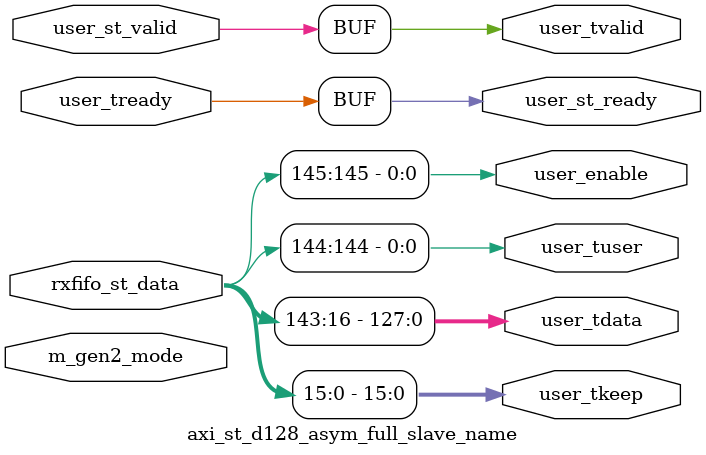
<source format=sv>
module axi_st_d128_asym_full_slave_name  (

  // st channel
  output logic [  15:   0]   user_tkeep          ,
  output logic [ 127:   0]   user_tdata          ,
  output logic [   0:   0]   user_tuser          ,
  output logic               user_tvalid         ,
  input  logic               user_tready         ,
  output logic [   0:   0]   user_enable         ,

  // Logic Link Interfaces
  input  logic               user_st_valid       ,
  input  logic [ 145:   0]   rxfifo_st_data      ,
  output logic               user_st_ready       ,

  input  logic               m_gen2_mode         

);

  // Connect Data

  assign user_tvalid                        = user_st_valid                      ;
  assign user_st_ready                      = user_tready                        ;
  assign user_tkeep           [   0 +:  16] = rxfifo_st_data       [   0 +:  16] ;
  assign user_tdata           [   0 +: 128] = rxfifo_st_data       [  16 +: 128] ;
  assign user_tuser           [   0 +:   1] = rxfifo_st_data       [ 144 +:   1] ;
  assign user_enable          [   0 +:   1] = rxfifo_st_data       [ 145 +:   1] ;

endmodule

</source>
